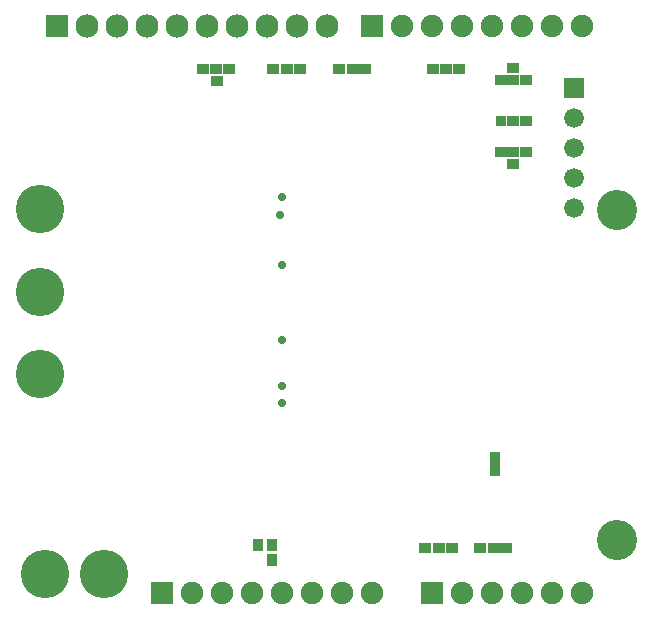
<source format=gbs>
G04 Layer: BottomSolderMaskLayer*
G04 EasyEDA v6.5.44, 2024-08-23 15:43:18*
G04 30d174a4fb68472d9a5c4a5b8d6f4b16,2865ae9118a24060a17af6d01c9bcc73,10*
G04 Gerber Generator version 0.2*
G04 Scale: 100 percent, Rotated: No, Reflected: No *
G04 Dimensions in millimeters *
G04 leading zeros omitted , absolute positions ,4 integer and 5 decimal *
%FSLAX45Y45*%
%MOMM*%

%AMMACRO1*4,1,8,-0.4243,-0.4828,-0.454,-0.453,-0.454,0.4531,-0.4243,0.4828,0.4243,0.4828,0.454,0.4531,0.454,-0.453,0.4243,-0.4828,-0.4243,-0.4828,0*%
%AMMACRO2*4,1,8,-0.4531,-0.454,-0.4828,-0.4243,-0.4828,0.4243,-0.4531,0.454,0.453,0.454,0.4828,0.4243,0.4828,-0.4243,0.453,-0.454,-0.4531,-0.454,0*%
%AMMACRO3*4,1,8,-0.4243,-0.4541,-0.4541,-0.4243,-0.4541,0.4243,-0.4243,0.4541,0.4243,0.4541,0.4541,0.4243,0.4541,-0.4243,0.4243,-0.4541,-0.4243,-0.4541,0*%
%AMMACRO4*4,1,8,-0.9211,-0.9508,-0.9508,-0.921,-0.9508,0.9211,-0.9211,0.9508,0.921,0.9508,0.9508,0.9211,0.9508,-0.921,0.921,-0.9508,-0.9211,-0.9508,0*%
%AMMACRO5*4,1,8,-0.8085,-0.8382,-0.8382,-0.8084,-0.8382,0.8085,-0.8085,0.8382,0.8084,0.8382,0.8382,0.8085,0.8382,-0.8084,0.8084,-0.8382,-0.8085,-0.8382,0*%
%ADD10MACRO1*%
%ADD11MACRO2*%
%ADD12MACRO3*%
%ADD13C,4.1016*%
%ADD14C,0.6100*%
%ADD15MACRO4*%
%ADD16C,1.9016*%
%ADD17C,1.9620*%
%ADD18C,1.6764*%
%ADD19MACRO5*%
%ADD20C,3.4032*%
%ADD21C,0.7016*%

%LPD*%
D10*
G01*
X-590558Y-2781294D03*
G01*
X-711208Y-2781294D03*
G01*
X-590558Y-2908294D03*
D11*
G01*
X704839Y-2806703D03*
G01*
X819129Y-2806719D03*
G01*
X927089Y-2806703D03*
G01*
X1168389Y-2806703D03*
G01*
X1282679Y-2806719D03*
G01*
X1390639Y-2806703D03*
G01*
X196839Y1249993D03*
G01*
X88905Y1250003D03*
G01*
X-25410Y1249993D03*
G01*
X990589Y1249993D03*
G01*
X882655Y1250003D03*
G01*
X768339Y1249993D03*
G01*
X-355610Y1249993D03*
G01*
X-469894Y1250003D03*
G01*
X-584210Y1249993D03*
G01*
X-955532Y1249993D03*
G01*
X-1063467Y1250003D03*
G01*
X-1177782Y1249993D03*
G01*
X-1060444Y1149356D03*
D10*
G01*
X1295406Y-2038355D03*
G01*
X1295421Y-2146315D03*
D11*
G01*
X1555744Y812801D03*
G01*
X1450002Y812791D03*
D12*
G01*
X1346200Y812800D03*
D11*
G01*
X1346205Y1162048D03*
G01*
X1449992Y1162058D03*
G01*
X1555755Y1162048D03*
G01*
X1449992Y1263646D03*
G01*
X1346202Y546098D03*
G01*
X1450002Y546088D03*
G01*
X1555752Y546098D03*
G01*
X1450002Y444503D03*
D13*
G01*
X-2018045Y-3022234D03*
G01*
X-2518044Y-3022234D03*
G01*
X-2558938Y-1332804D03*
D14*
G01*
X-2558938Y-1174003D03*
G01*
X-2558938Y-1491604D03*
G01*
X-2400137Y-1332804D03*
G01*
X-2717739Y-1332804D03*
G01*
X-2446644Y-1220510D03*
G01*
X-2671231Y-1220510D03*
G01*
X-2671231Y-1445097D03*
G01*
X-2446644Y-1445097D03*
D13*
G01*
X-2558938Y-632805D03*
D14*
G01*
X-2558938Y-474004D03*
G01*
X-2558938Y-791606D03*
G01*
X-2400137Y-632805D03*
G01*
X-2717739Y-632805D03*
G01*
X-2446644Y-520512D03*
G01*
X-2671231Y-520512D03*
G01*
X-2671231Y-745098D03*
G01*
X-2446644Y-745098D03*
D13*
G01*
X-2558938Y67193D03*
D14*
G01*
X-2558938Y225993D03*
G01*
X-2558938Y-91607D03*
G01*
X-2400137Y67193D03*
G01*
X-2717739Y67193D03*
G01*
X-2446644Y179486D03*
G01*
X-2671231Y179486D03*
G01*
X-2671231Y-45100D03*
G01*
X-2446644Y-45100D03*
D15*
G01*
X250543Y1615795D03*
D16*
G01*
X504555Y1615805D03*
G01*
X758555Y1615805D03*
G01*
X1012555Y1615805D03*
G01*
X1266555Y1615805D03*
G01*
X1520555Y1615805D03*
G01*
X1774555Y1615805D03*
G01*
X2028555Y1615805D03*
D17*
G01*
X-130444Y1615805D03*
G01*
X-384444Y1615805D03*
G01*
X-638444Y1615805D03*
G01*
X-892444Y1615805D03*
G01*
X-1146444Y1615805D03*
G01*
X-1400444Y1615805D03*
G01*
X-1654444Y1615805D03*
G01*
X-1908444Y1615805D03*
G01*
X-2162444Y1615805D03*
D15*
G01*
X-2416444Y1615805D03*
D16*
G01*
X2028555Y-3184794D03*
G01*
X1774555Y-3184794D03*
G01*
X1520555Y-3184794D03*
G01*
X1266555Y-3184794D03*
G01*
X1012555Y-3184794D03*
D15*
G01*
X758555Y-3184794D03*
G01*
X-1527456Y-3184804D03*
D16*
G01*
X-1273444Y-3184794D03*
G01*
X-1019444Y-3184794D03*
G01*
X-765444Y-3184794D03*
G01*
X-511444Y-3184794D03*
G01*
X-257444Y-3184794D03*
G01*
X-3444Y-3184794D03*
G01*
X250555Y-3184794D03*
D18*
G01*
X1965055Y79105D03*
G01*
X1965055Y333105D03*
G01*
X1965055Y587105D03*
G01*
X1965055Y841105D03*
D19*
G01*
X1965055Y1095105D03*
D20*
G01*
X2330155Y-2738795D03*
G01*
X2330155Y61198D03*
D21*
G01*
X-507989Y171460D03*
G01*
X-526938Y12811D03*
G01*
X-505856Y-408320D03*
G01*
X-506872Y-1041288D03*
G01*
X-506872Y-1434988D03*
G01*
X-509412Y-1579006D03*
M02*

</source>
